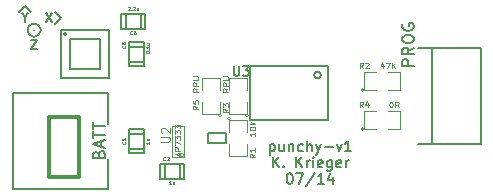
<source format=gto>
G04 (created by PCBNEW (2013-05-18 BZR 4017)-stable) date Thu 17 Jul 2014 20:47:08 CST*
%MOIN*%
G04 Gerber Fmt 3.4, Leading zero omitted, Abs format*
%FSLAX34Y34*%
G01*
G70*
G90*
G04 APERTURE LIST*
%ADD10C,0.00590551*%
%ADD11C,0.005*%
%ADD12C,0.00787402*%
%ADD13C,0.0031*%
%ADD14C,0.0039*%
%ADD15C,0.012*%
%ADD16C,0.0059*%
%ADD17C,0.0047*%
%ADD18C,0.0043*%
%ADD19C,0.0024*%
G04 APERTURE END LIST*
G54D10*
G54D11*
X47500Y-28921D02*
X47700Y-29221D01*
X47700Y-28921D02*
X47500Y-29221D01*
X46800Y-29078D02*
X46800Y-29221D01*
X46700Y-28921D02*
X46800Y-29078D01*
X46900Y-28921D01*
X47000Y-29821D02*
X47200Y-29821D01*
X47000Y-30121D01*
X47200Y-30121D01*
G54D12*
X47112Y-29512D02*
X47100Y-29500D01*
X47100Y-29500D02*
X47112Y-29512D01*
X47323Y-29500D02*
G75*
G03X47323Y-29500I-223J0D01*
G74*
G01*
X47800Y-28900D02*
X48000Y-29100D01*
X47800Y-29300D02*
X48000Y-29100D01*
X46800Y-28700D02*
X47000Y-28900D01*
X46600Y-28900D02*
X46800Y-28700D01*
G54D11*
X54950Y-33308D02*
X54950Y-33658D01*
X54950Y-33325D02*
X54983Y-33308D01*
X55050Y-33308D01*
X55083Y-33325D01*
X55100Y-33341D01*
X55116Y-33375D01*
X55116Y-33475D01*
X55100Y-33508D01*
X55083Y-33525D01*
X55050Y-33541D01*
X54983Y-33541D01*
X54950Y-33525D01*
X55416Y-33308D02*
X55416Y-33541D01*
X55266Y-33308D02*
X55266Y-33491D01*
X55283Y-33525D01*
X55316Y-33541D01*
X55366Y-33541D01*
X55400Y-33525D01*
X55416Y-33508D01*
X55583Y-33308D02*
X55583Y-33541D01*
X55583Y-33341D02*
X55600Y-33325D01*
X55633Y-33308D01*
X55683Y-33308D01*
X55716Y-33325D01*
X55733Y-33358D01*
X55733Y-33541D01*
X56050Y-33525D02*
X56016Y-33541D01*
X55950Y-33541D01*
X55916Y-33525D01*
X55900Y-33508D01*
X55883Y-33475D01*
X55883Y-33375D01*
X55900Y-33341D01*
X55916Y-33325D01*
X55950Y-33308D01*
X56016Y-33308D01*
X56050Y-33325D01*
X56200Y-33541D02*
X56200Y-33191D01*
X56350Y-33541D02*
X56350Y-33358D01*
X56333Y-33325D01*
X56300Y-33308D01*
X56250Y-33308D01*
X56216Y-33325D01*
X56200Y-33341D01*
X56483Y-33308D02*
X56566Y-33541D01*
X56649Y-33308D02*
X56566Y-33541D01*
X56533Y-33625D01*
X56516Y-33641D01*
X56483Y-33658D01*
X56783Y-33408D02*
X57049Y-33408D01*
X57183Y-33308D02*
X57266Y-33541D01*
X57349Y-33308D01*
X57666Y-33541D02*
X57466Y-33541D01*
X57566Y-33541D02*
X57566Y-33191D01*
X57533Y-33241D01*
X57499Y-33275D01*
X57466Y-33291D01*
X55058Y-34081D02*
X55058Y-33731D01*
X55258Y-34081D02*
X55108Y-33881D01*
X55258Y-33731D02*
X55058Y-33931D01*
X55408Y-34048D02*
X55425Y-34065D01*
X55408Y-34081D01*
X55391Y-34065D01*
X55408Y-34048D01*
X55408Y-34081D01*
X55841Y-34081D02*
X55841Y-33731D01*
X56041Y-34081D02*
X55891Y-33881D01*
X56041Y-33731D02*
X55841Y-33931D01*
X56191Y-34081D02*
X56191Y-33848D01*
X56191Y-33915D02*
X56208Y-33881D01*
X56225Y-33865D01*
X56258Y-33848D01*
X56291Y-33848D01*
X56408Y-34081D02*
X56408Y-33848D01*
X56408Y-33731D02*
X56391Y-33748D01*
X56408Y-33765D01*
X56425Y-33748D01*
X56408Y-33731D01*
X56408Y-33765D01*
X56708Y-34065D02*
X56675Y-34081D01*
X56608Y-34081D01*
X56575Y-34065D01*
X56558Y-34031D01*
X56558Y-33898D01*
X56575Y-33865D01*
X56608Y-33848D01*
X56675Y-33848D01*
X56708Y-33865D01*
X56725Y-33898D01*
X56725Y-33931D01*
X56558Y-33965D01*
X57025Y-33848D02*
X57025Y-34131D01*
X57008Y-34165D01*
X56991Y-34181D01*
X56958Y-34198D01*
X56908Y-34198D01*
X56875Y-34181D01*
X57025Y-34065D02*
X56991Y-34081D01*
X56925Y-34081D01*
X56891Y-34065D01*
X56875Y-34048D01*
X56858Y-34015D01*
X56858Y-33915D01*
X56875Y-33881D01*
X56891Y-33865D01*
X56925Y-33848D01*
X56991Y-33848D01*
X57025Y-33865D01*
X57324Y-34065D02*
X57291Y-34081D01*
X57224Y-34081D01*
X57191Y-34065D01*
X57174Y-34031D01*
X57174Y-33898D01*
X57191Y-33865D01*
X57224Y-33848D01*
X57291Y-33848D01*
X57324Y-33865D01*
X57341Y-33898D01*
X57341Y-33931D01*
X57174Y-33965D01*
X57491Y-34081D02*
X57491Y-33848D01*
X57491Y-33915D02*
X57508Y-33881D01*
X57524Y-33865D01*
X57558Y-33848D01*
X57591Y-33848D01*
X55600Y-34271D02*
X55633Y-34271D01*
X55666Y-34288D01*
X55683Y-34305D01*
X55700Y-34338D01*
X55716Y-34405D01*
X55716Y-34488D01*
X55700Y-34555D01*
X55683Y-34588D01*
X55666Y-34605D01*
X55633Y-34621D01*
X55600Y-34621D01*
X55566Y-34605D01*
X55550Y-34588D01*
X55533Y-34555D01*
X55516Y-34488D01*
X55516Y-34405D01*
X55533Y-34338D01*
X55550Y-34305D01*
X55566Y-34288D01*
X55600Y-34271D01*
X55833Y-34271D02*
X56066Y-34271D01*
X55916Y-34621D01*
X56450Y-34255D02*
X56150Y-34705D01*
X56750Y-34621D02*
X56550Y-34621D01*
X56650Y-34621D02*
X56650Y-34271D01*
X56616Y-34321D01*
X56583Y-34355D01*
X56550Y-34371D01*
X57050Y-34388D02*
X57050Y-34621D01*
X56966Y-34255D02*
X56883Y-34505D01*
X57100Y-34505D01*
X54300Y-32500D02*
X56900Y-32500D01*
X56900Y-32500D02*
X56900Y-30700D01*
X56900Y-30700D02*
X54300Y-30700D01*
X54300Y-30700D02*
X54300Y-32500D01*
X56661Y-31000D02*
G75*
G03X56661Y-31000I-111J0D01*
G74*
G01*
G54D10*
X53514Y-33257D02*
X52885Y-33257D01*
X52885Y-33257D02*
X52885Y-32942D01*
X52885Y-32942D02*
X53514Y-32942D01*
X53514Y-32942D02*
X53514Y-33257D01*
G54D13*
X52100Y-33663D02*
G75*
G03X52100Y-33663I-62J0D01*
G74*
G01*
X51700Y-32700D02*
X52100Y-32700D01*
X51700Y-33725D02*
X52100Y-33725D01*
X52100Y-32700D02*
X52100Y-33725D01*
X51700Y-33725D02*
X51700Y-32700D01*
G54D14*
X53350Y-32350D02*
G75*
G03X53350Y-32350I-50J0D01*
G74*
G01*
X53300Y-31900D02*
X53300Y-32300D01*
X53300Y-32300D02*
X52700Y-32300D01*
X52700Y-32300D02*
X52700Y-31900D01*
X52700Y-31500D02*
X52700Y-31100D01*
X52700Y-31100D02*
X53300Y-31100D01*
X53300Y-31100D02*
X53300Y-31500D01*
X58100Y-32800D02*
G75*
G03X58100Y-32800I-50J0D01*
G74*
G01*
X58500Y-32800D02*
X58100Y-32800D01*
X58100Y-32800D02*
X58100Y-32200D01*
X58100Y-32200D02*
X58500Y-32200D01*
X58900Y-32200D02*
X59300Y-32200D01*
X59300Y-32200D02*
X59300Y-32800D01*
X59300Y-32800D02*
X58900Y-32800D01*
X58100Y-31500D02*
G75*
G03X58100Y-31500I-50J0D01*
G74*
G01*
X58500Y-31500D02*
X58100Y-31500D01*
X58100Y-31500D02*
X58100Y-30900D01*
X58100Y-30900D02*
X58500Y-30900D01*
X58900Y-30900D02*
X59300Y-30900D01*
X59300Y-30900D02*
X59300Y-31500D01*
X59300Y-31500D02*
X58900Y-31500D01*
X53650Y-32450D02*
G75*
G03X53650Y-32450I-50J0D01*
G74*
G01*
X53600Y-32900D02*
X53600Y-32500D01*
X53600Y-32500D02*
X54200Y-32500D01*
X54200Y-32500D02*
X54200Y-32900D01*
X54200Y-33300D02*
X54200Y-33700D01*
X54200Y-33700D02*
X53600Y-33700D01*
X53600Y-33700D02*
X53600Y-33300D01*
X54250Y-32350D02*
G75*
G03X54250Y-32350I-50J0D01*
G74*
G01*
X54200Y-31900D02*
X54200Y-32300D01*
X54200Y-32300D02*
X53600Y-32300D01*
X53600Y-32300D02*
X53600Y-31900D01*
X53600Y-31500D02*
X53600Y-31100D01*
X53600Y-31100D02*
X54200Y-31100D01*
X54200Y-31100D02*
X54200Y-31500D01*
G54D10*
X49575Y-32648D02*
X49575Y-31585D01*
X49575Y-31585D02*
X46386Y-31585D01*
X49575Y-33790D02*
X49575Y-34814D01*
X49575Y-34814D02*
X46386Y-34814D01*
X46386Y-31585D02*
X46386Y-31625D01*
X46386Y-34814D02*
X46386Y-31625D01*
X49311Y-30300D02*
X49311Y-29788D01*
X49311Y-29788D02*
X48288Y-29788D01*
X48288Y-29788D02*
X48288Y-30811D01*
X48288Y-30811D02*
X49311Y-30811D01*
X49311Y-30811D02*
X49311Y-30300D01*
X48186Y-29630D02*
G75*
G03X48186Y-29630I-55J0D01*
G74*
G01*
X48012Y-30300D02*
X48012Y-29512D01*
X48012Y-29512D02*
X49587Y-29512D01*
X49587Y-29512D02*
X49587Y-31087D01*
X49587Y-31087D02*
X48012Y-31087D01*
X48012Y-31087D02*
X48012Y-30300D01*
G54D15*
X47600Y-32400D02*
X48600Y-32400D01*
X48600Y-32400D02*
X48600Y-34400D01*
X48600Y-34400D02*
X47600Y-34400D01*
X47600Y-34400D02*
X47600Y-32400D01*
G54D11*
X50150Y-29450D02*
X50150Y-28950D01*
X50650Y-29450D02*
X50650Y-28960D01*
X50800Y-29450D02*
X50000Y-29450D01*
X50000Y-29450D02*
X50000Y-28950D01*
X50000Y-28950D02*
X50800Y-28950D01*
X50800Y-28950D02*
X50800Y-29450D01*
X50250Y-32950D02*
X50750Y-32950D01*
X50250Y-33450D02*
X50740Y-33450D01*
X50250Y-33600D02*
X50250Y-32800D01*
X50250Y-32800D02*
X50750Y-32800D01*
X50750Y-32800D02*
X50750Y-33600D01*
X50750Y-33600D02*
X50250Y-33600D01*
X51950Y-33950D02*
X51950Y-34450D01*
X51450Y-33950D02*
X51450Y-34440D01*
X51300Y-33950D02*
X52100Y-33950D01*
X52100Y-33950D02*
X52100Y-34450D01*
X52100Y-34450D02*
X51300Y-34450D01*
X51300Y-34450D02*
X51300Y-33950D01*
X50750Y-30550D02*
X50250Y-30550D01*
X50750Y-30050D02*
X50260Y-30050D01*
X50750Y-29900D02*
X50750Y-30700D01*
X50750Y-30700D02*
X50250Y-30700D01*
X50250Y-30700D02*
X50250Y-29900D01*
X50250Y-29900D02*
X50750Y-29900D01*
G54D10*
X60372Y-33314D02*
X60372Y-30085D01*
X59900Y-33314D02*
X61986Y-33314D01*
X61986Y-33314D02*
X61986Y-30085D01*
X61986Y-30085D02*
X59900Y-30085D01*
G54D16*
X53760Y-30712D02*
X53760Y-30967D01*
X53775Y-30997D01*
X53790Y-31012D01*
X53820Y-31027D01*
X53880Y-31027D01*
X53910Y-31012D01*
X53925Y-30997D01*
X53940Y-30967D01*
X53940Y-30712D01*
X54060Y-30712D02*
X54255Y-30712D01*
X54150Y-30832D01*
X54195Y-30832D01*
X54225Y-30847D01*
X54240Y-30862D01*
X54255Y-30892D01*
X54255Y-30967D01*
X54240Y-30997D01*
X54225Y-31012D01*
X54195Y-31027D01*
X54105Y-31027D01*
X54075Y-31012D01*
X54060Y-30997D01*
G54D17*
X51321Y-33228D02*
X51564Y-33228D01*
X51592Y-33214D01*
X51607Y-33200D01*
X51621Y-33171D01*
X51621Y-33114D01*
X51607Y-33085D01*
X51592Y-33071D01*
X51564Y-33057D01*
X51321Y-33057D01*
X51350Y-32928D02*
X51335Y-32914D01*
X51321Y-32885D01*
X51321Y-32814D01*
X51335Y-32785D01*
X51350Y-32771D01*
X51378Y-32757D01*
X51407Y-32757D01*
X51450Y-32771D01*
X51621Y-32942D01*
X51621Y-32757D01*
G54D14*
X51923Y-33695D02*
X51923Y-33601D01*
X51979Y-33714D02*
X51782Y-33648D01*
X51979Y-33583D01*
X51979Y-33517D02*
X51782Y-33517D01*
X51782Y-33442D01*
X51792Y-33423D01*
X51801Y-33414D01*
X51820Y-33404D01*
X51848Y-33404D01*
X51867Y-33414D01*
X51876Y-33423D01*
X51885Y-33442D01*
X51885Y-33517D01*
X51782Y-33339D02*
X51782Y-33207D01*
X51979Y-33292D01*
X51782Y-33151D02*
X51782Y-33029D01*
X51857Y-33095D01*
X51857Y-33067D01*
X51867Y-33048D01*
X51876Y-33038D01*
X51895Y-33029D01*
X51942Y-33029D01*
X51960Y-33038D01*
X51970Y-33048D01*
X51979Y-33067D01*
X51979Y-33123D01*
X51970Y-33142D01*
X51960Y-33151D01*
X51782Y-32963D02*
X51782Y-32841D01*
X51857Y-32907D01*
X51857Y-32879D01*
X51867Y-32860D01*
X51876Y-32851D01*
X51895Y-32841D01*
X51942Y-32841D01*
X51960Y-32851D01*
X51970Y-32860D01*
X51979Y-32879D01*
X51979Y-32935D01*
X51970Y-32954D01*
X51960Y-32963D01*
X51782Y-32776D02*
X51782Y-32654D01*
X51857Y-32720D01*
X51857Y-32691D01*
X51867Y-32673D01*
X51876Y-32663D01*
X51895Y-32654D01*
X51942Y-32654D01*
X51960Y-32663D01*
X51970Y-32673D01*
X51979Y-32691D01*
X51979Y-32748D01*
X51970Y-32766D01*
X51960Y-32776D01*
G54D18*
X52579Y-32032D02*
X52485Y-32098D01*
X52579Y-32145D02*
X52382Y-32145D01*
X52382Y-32070D01*
X52392Y-32051D01*
X52401Y-32042D01*
X52420Y-32032D01*
X52448Y-32032D01*
X52467Y-32042D01*
X52476Y-32051D01*
X52485Y-32070D01*
X52485Y-32145D01*
X52382Y-31854D02*
X52382Y-31948D01*
X52476Y-31957D01*
X52467Y-31948D01*
X52457Y-31929D01*
X52457Y-31882D01*
X52467Y-31863D01*
X52476Y-31854D01*
X52495Y-31845D01*
X52542Y-31845D01*
X52560Y-31854D01*
X52570Y-31863D01*
X52579Y-31882D01*
X52579Y-31929D01*
X52570Y-31948D01*
X52560Y-31957D01*
X52579Y-31440D02*
X52485Y-31506D01*
X52579Y-31553D02*
X52382Y-31553D01*
X52382Y-31478D01*
X52392Y-31459D01*
X52401Y-31450D01*
X52420Y-31440D01*
X52448Y-31440D01*
X52467Y-31450D01*
X52476Y-31459D01*
X52485Y-31478D01*
X52485Y-31553D01*
X52579Y-31356D02*
X52382Y-31356D01*
X52382Y-31281D01*
X52392Y-31262D01*
X52401Y-31253D01*
X52420Y-31243D01*
X52448Y-31243D01*
X52467Y-31253D01*
X52476Y-31262D01*
X52485Y-31281D01*
X52485Y-31356D01*
X52382Y-31159D02*
X52542Y-31159D01*
X52560Y-31149D01*
X52570Y-31140D01*
X52579Y-31121D01*
X52579Y-31084D01*
X52570Y-31065D01*
X52560Y-31056D01*
X52542Y-31046D01*
X52382Y-31046D01*
X58067Y-32079D02*
X58001Y-31985D01*
X57954Y-32079D02*
X57954Y-31882D01*
X58029Y-31882D01*
X58048Y-31892D01*
X58057Y-31901D01*
X58067Y-31920D01*
X58067Y-31948D01*
X58057Y-31967D01*
X58048Y-31976D01*
X58029Y-31985D01*
X57954Y-31985D01*
X58236Y-31948D02*
X58236Y-32079D01*
X58189Y-31873D02*
X58142Y-32014D01*
X58264Y-32014D01*
X58992Y-31882D02*
X59010Y-31882D01*
X59029Y-31892D01*
X59039Y-31901D01*
X59048Y-31920D01*
X59057Y-31957D01*
X59057Y-32004D01*
X59048Y-32042D01*
X59039Y-32060D01*
X59029Y-32070D01*
X59010Y-32079D01*
X58992Y-32079D01*
X58973Y-32070D01*
X58963Y-32060D01*
X58954Y-32042D01*
X58945Y-32004D01*
X58945Y-31957D01*
X58954Y-31920D01*
X58963Y-31901D01*
X58973Y-31892D01*
X58992Y-31882D01*
X59254Y-32079D02*
X59189Y-31985D01*
X59142Y-32079D02*
X59142Y-31882D01*
X59217Y-31882D01*
X59236Y-31892D01*
X59245Y-31901D01*
X59254Y-31920D01*
X59254Y-31948D01*
X59245Y-31967D01*
X59236Y-31976D01*
X59217Y-31985D01*
X59142Y-31985D01*
X58067Y-30779D02*
X58001Y-30685D01*
X57954Y-30779D02*
X57954Y-30582D01*
X58029Y-30582D01*
X58048Y-30592D01*
X58057Y-30601D01*
X58067Y-30620D01*
X58067Y-30648D01*
X58057Y-30667D01*
X58048Y-30676D01*
X58029Y-30685D01*
X57954Y-30685D01*
X58142Y-30601D02*
X58151Y-30592D01*
X58170Y-30582D01*
X58217Y-30582D01*
X58236Y-30592D01*
X58245Y-30601D01*
X58254Y-30620D01*
X58254Y-30639D01*
X58245Y-30667D01*
X58132Y-30779D01*
X58254Y-30779D01*
X58745Y-30648D02*
X58745Y-30779D01*
X58698Y-30573D02*
X58651Y-30714D01*
X58773Y-30714D01*
X58829Y-30582D02*
X58960Y-30582D01*
X58876Y-30779D01*
X59036Y-30779D02*
X59036Y-30582D01*
X59148Y-30779D02*
X59064Y-30667D01*
X59148Y-30582D02*
X59036Y-30695D01*
X54479Y-33632D02*
X54385Y-33698D01*
X54479Y-33745D02*
X54282Y-33745D01*
X54282Y-33670D01*
X54292Y-33651D01*
X54301Y-33642D01*
X54320Y-33632D01*
X54348Y-33632D01*
X54367Y-33642D01*
X54376Y-33651D01*
X54385Y-33670D01*
X54385Y-33745D01*
X54479Y-33445D02*
X54479Y-33557D01*
X54479Y-33501D02*
X54282Y-33501D01*
X54310Y-33520D01*
X54329Y-33539D01*
X54339Y-33557D01*
X54479Y-32917D02*
X54479Y-33029D01*
X54479Y-32973D02*
X54282Y-32973D01*
X54310Y-32992D01*
X54329Y-33011D01*
X54339Y-33029D01*
X54282Y-32795D02*
X54282Y-32776D01*
X54292Y-32757D01*
X54301Y-32748D01*
X54320Y-32739D01*
X54357Y-32729D01*
X54404Y-32729D01*
X54442Y-32739D01*
X54460Y-32748D01*
X54470Y-32757D01*
X54479Y-32776D01*
X54479Y-32795D01*
X54470Y-32814D01*
X54460Y-32823D01*
X54442Y-32832D01*
X54404Y-32842D01*
X54357Y-32842D01*
X54320Y-32832D01*
X54301Y-32823D01*
X54292Y-32814D01*
X54282Y-32795D01*
X54479Y-32645D02*
X54282Y-32645D01*
X54404Y-32626D02*
X54479Y-32570D01*
X54348Y-32570D02*
X54423Y-32645D01*
X53579Y-32132D02*
X53485Y-32198D01*
X53579Y-32245D02*
X53382Y-32245D01*
X53382Y-32170D01*
X53392Y-32151D01*
X53401Y-32142D01*
X53420Y-32132D01*
X53448Y-32132D01*
X53467Y-32142D01*
X53476Y-32151D01*
X53485Y-32170D01*
X53485Y-32245D01*
X53382Y-32067D02*
X53382Y-31945D01*
X53457Y-32010D01*
X53457Y-31982D01*
X53467Y-31963D01*
X53476Y-31954D01*
X53495Y-31945D01*
X53542Y-31945D01*
X53560Y-31954D01*
X53570Y-31963D01*
X53579Y-31982D01*
X53579Y-32039D01*
X53570Y-32057D01*
X53560Y-32067D01*
X53579Y-31440D02*
X53485Y-31506D01*
X53579Y-31553D02*
X53382Y-31553D01*
X53382Y-31478D01*
X53392Y-31459D01*
X53401Y-31450D01*
X53420Y-31440D01*
X53448Y-31440D01*
X53467Y-31450D01*
X53476Y-31459D01*
X53485Y-31478D01*
X53485Y-31553D01*
X53579Y-31356D02*
X53382Y-31356D01*
X53382Y-31281D01*
X53392Y-31262D01*
X53401Y-31253D01*
X53420Y-31243D01*
X53448Y-31243D01*
X53467Y-31253D01*
X53476Y-31262D01*
X53485Y-31281D01*
X53485Y-31356D01*
X53382Y-31159D02*
X53542Y-31159D01*
X53560Y-31149D01*
X53570Y-31140D01*
X53579Y-31121D01*
X53579Y-31084D01*
X53570Y-31065D01*
X53560Y-31056D01*
X53542Y-31046D01*
X53382Y-31046D01*
G54D10*
X49253Y-33640D02*
X49271Y-33584D01*
X49290Y-33565D01*
X49328Y-33546D01*
X49384Y-33546D01*
X49421Y-33565D01*
X49440Y-33584D01*
X49459Y-33621D01*
X49459Y-33771D01*
X49065Y-33771D01*
X49065Y-33640D01*
X49084Y-33603D01*
X49103Y-33584D01*
X49140Y-33565D01*
X49178Y-33565D01*
X49215Y-33584D01*
X49234Y-33603D01*
X49253Y-33640D01*
X49253Y-33771D01*
X49346Y-33396D02*
X49346Y-33209D01*
X49459Y-33434D02*
X49065Y-33303D01*
X49459Y-33171D01*
X49065Y-33096D02*
X49065Y-32871D01*
X49459Y-32984D02*
X49065Y-32984D01*
X49065Y-32796D02*
X49065Y-32571D01*
X49459Y-32684D02*
X49065Y-32684D01*
G54D19*
X50380Y-29636D02*
X50374Y-29642D01*
X50357Y-29647D01*
X50346Y-29647D01*
X50329Y-29642D01*
X50318Y-29630D01*
X50312Y-29619D01*
X50307Y-29597D01*
X50307Y-29580D01*
X50312Y-29557D01*
X50318Y-29546D01*
X50329Y-29535D01*
X50346Y-29529D01*
X50357Y-29529D01*
X50374Y-29535D01*
X50380Y-29541D01*
X50481Y-29529D02*
X50459Y-29529D01*
X50447Y-29535D01*
X50442Y-29541D01*
X50430Y-29557D01*
X50425Y-29580D01*
X50425Y-29625D01*
X50430Y-29636D01*
X50436Y-29642D01*
X50447Y-29647D01*
X50470Y-29647D01*
X50481Y-29642D01*
X50487Y-29636D01*
X50492Y-29625D01*
X50492Y-29597D01*
X50487Y-29585D01*
X50481Y-29580D01*
X50470Y-29574D01*
X50447Y-29574D01*
X50436Y-29580D01*
X50430Y-29585D01*
X50425Y-29597D01*
X50228Y-28741D02*
X50234Y-28735D01*
X50245Y-28729D01*
X50273Y-28729D01*
X50284Y-28735D01*
X50290Y-28741D01*
X50296Y-28752D01*
X50296Y-28763D01*
X50290Y-28780D01*
X50223Y-28847D01*
X50296Y-28847D01*
X50346Y-28836D02*
X50352Y-28842D01*
X50346Y-28847D01*
X50341Y-28842D01*
X50346Y-28836D01*
X50346Y-28847D01*
X50397Y-28741D02*
X50402Y-28735D01*
X50414Y-28729D01*
X50442Y-28729D01*
X50453Y-28735D01*
X50459Y-28741D01*
X50464Y-28752D01*
X50464Y-28763D01*
X50459Y-28780D01*
X50391Y-28847D01*
X50464Y-28847D01*
X50515Y-28769D02*
X50515Y-28847D01*
X50515Y-28780D02*
X50520Y-28774D01*
X50532Y-28769D01*
X50548Y-28769D01*
X50560Y-28774D01*
X50565Y-28785D01*
X50565Y-28847D01*
X50136Y-33219D02*
X50142Y-33225D01*
X50147Y-33242D01*
X50147Y-33253D01*
X50142Y-33270D01*
X50130Y-33281D01*
X50119Y-33287D01*
X50097Y-33292D01*
X50080Y-33292D01*
X50057Y-33287D01*
X50046Y-33281D01*
X50035Y-33270D01*
X50029Y-33253D01*
X50029Y-33242D01*
X50035Y-33225D01*
X50041Y-33219D01*
X50147Y-33107D02*
X50147Y-33174D01*
X50147Y-33141D02*
X50029Y-33141D01*
X50046Y-33152D01*
X50057Y-33163D01*
X50063Y-33174D01*
X50947Y-33219D02*
X50947Y-33287D01*
X50947Y-33253D02*
X50829Y-33253D01*
X50846Y-33264D01*
X50857Y-33275D01*
X50863Y-33287D01*
X50869Y-33118D02*
X50947Y-33118D01*
X50869Y-33169D02*
X50930Y-33169D01*
X50942Y-33163D01*
X50947Y-33152D01*
X50947Y-33135D01*
X50942Y-33124D01*
X50936Y-33118D01*
X51480Y-33836D02*
X51474Y-33842D01*
X51457Y-33847D01*
X51446Y-33847D01*
X51429Y-33842D01*
X51418Y-33830D01*
X51412Y-33819D01*
X51407Y-33797D01*
X51407Y-33780D01*
X51412Y-33757D01*
X51418Y-33746D01*
X51429Y-33735D01*
X51446Y-33729D01*
X51457Y-33729D01*
X51474Y-33735D01*
X51480Y-33741D01*
X51525Y-33741D02*
X51530Y-33735D01*
X51542Y-33729D01*
X51570Y-33729D01*
X51581Y-33735D01*
X51587Y-33741D01*
X51592Y-33752D01*
X51592Y-33763D01*
X51587Y-33780D01*
X51519Y-33847D01*
X51592Y-33847D01*
X51680Y-34647D02*
X51612Y-34647D01*
X51646Y-34647D02*
X51646Y-34529D01*
X51635Y-34546D01*
X51624Y-34557D01*
X51612Y-34563D01*
X51781Y-34569D02*
X51781Y-34647D01*
X51730Y-34569D02*
X51730Y-34630D01*
X51736Y-34642D01*
X51747Y-34647D01*
X51764Y-34647D01*
X51775Y-34642D01*
X51781Y-34636D01*
X50136Y-30019D02*
X50142Y-30025D01*
X50147Y-30042D01*
X50147Y-30053D01*
X50142Y-30070D01*
X50130Y-30081D01*
X50119Y-30087D01*
X50097Y-30092D01*
X50080Y-30092D01*
X50057Y-30087D01*
X50046Y-30081D01*
X50035Y-30070D01*
X50029Y-30053D01*
X50029Y-30042D01*
X50035Y-30025D01*
X50041Y-30019D01*
X50029Y-29912D02*
X50029Y-29969D01*
X50085Y-29974D01*
X50080Y-29969D01*
X50074Y-29957D01*
X50074Y-29929D01*
X50080Y-29918D01*
X50085Y-29912D01*
X50097Y-29907D01*
X50125Y-29907D01*
X50136Y-29912D01*
X50142Y-29918D01*
X50147Y-29929D01*
X50147Y-29957D01*
X50142Y-29969D01*
X50136Y-29974D01*
X50829Y-30243D02*
X50829Y-30232D01*
X50835Y-30220D01*
X50841Y-30215D01*
X50852Y-30209D01*
X50874Y-30203D01*
X50902Y-30203D01*
X50925Y-30209D01*
X50936Y-30215D01*
X50942Y-30220D01*
X50947Y-30232D01*
X50947Y-30243D01*
X50942Y-30254D01*
X50936Y-30260D01*
X50925Y-30265D01*
X50902Y-30271D01*
X50874Y-30271D01*
X50852Y-30265D01*
X50841Y-30260D01*
X50835Y-30254D01*
X50829Y-30243D01*
X50936Y-30153D02*
X50942Y-30147D01*
X50947Y-30153D01*
X50942Y-30158D01*
X50936Y-30153D01*
X50947Y-30153D01*
X50947Y-30035D02*
X50947Y-30102D01*
X50947Y-30069D02*
X50829Y-30069D01*
X50846Y-30080D01*
X50857Y-30091D01*
X50863Y-30102D01*
X50869Y-29934D02*
X50947Y-29934D01*
X50869Y-29984D02*
X50930Y-29984D01*
X50942Y-29979D01*
X50947Y-29967D01*
X50947Y-29951D01*
X50942Y-29939D01*
X50936Y-29934D01*
G54D10*
X59759Y-30703D02*
X59365Y-30703D01*
X59365Y-30553D01*
X59384Y-30515D01*
X59403Y-30496D01*
X59440Y-30478D01*
X59496Y-30478D01*
X59534Y-30496D01*
X59553Y-30515D01*
X59571Y-30553D01*
X59571Y-30703D01*
X59759Y-30084D02*
X59571Y-30215D01*
X59759Y-30309D02*
X59365Y-30309D01*
X59365Y-30159D01*
X59384Y-30121D01*
X59403Y-30103D01*
X59440Y-30084D01*
X59496Y-30084D01*
X59534Y-30103D01*
X59553Y-30121D01*
X59571Y-30159D01*
X59571Y-30309D01*
X59365Y-29840D02*
X59365Y-29765D01*
X59384Y-29728D01*
X59421Y-29690D01*
X59496Y-29671D01*
X59628Y-29671D01*
X59703Y-29690D01*
X59740Y-29728D01*
X59759Y-29765D01*
X59759Y-29840D01*
X59740Y-29878D01*
X59703Y-29915D01*
X59628Y-29934D01*
X59496Y-29934D01*
X59421Y-29915D01*
X59384Y-29878D01*
X59365Y-29840D01*
X59384Y-29296D02*
X59365Y-29334D01*
X59365Y-29390D01*
X59384Y-29446D01*
X59421Y-29484D01*
X59459Y-29503D01*
X59534Y-29521D01*
X59590Y-29521D01*
X59665Y-29503D01*
X59703Y-29484D01*
X59740Y-29446D01*
X59759Y-29390D01*
X59759Y-29353D01*
X59740Y-29296D01*
X59721Y-29278D01*
X59590Y-29278D01*
X59590Y-29353D01*
M02*

</source>
